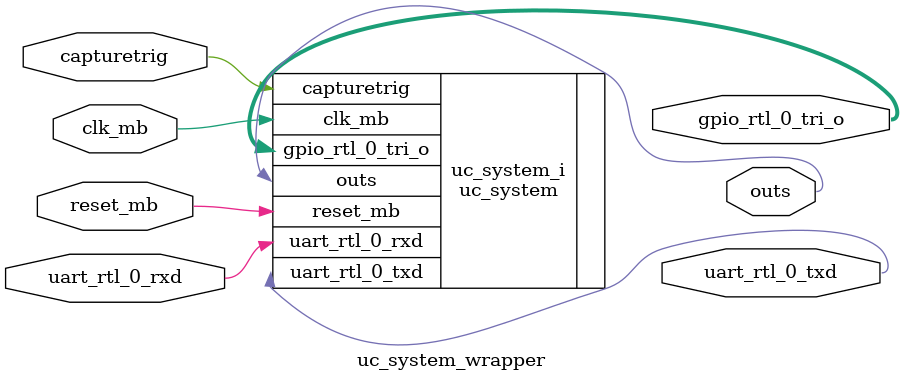
<source format=v>
`timescale 1 ps / 1 ps

module uc_system_wrapper
   (capturetrig,
    clk_mb,
    gpio_rtl_0_tri_o,
    outs,
    reset_mb,
    uart_rtl_0_rxd,
    uart_rtl_0_txd);
  input capturetrig;
  input clk_mb;
  output [15:0]gpio_rtl_0_tri_o;
  output outs;
  input reset_mb;
  input uart_rtl_0_rxd;
  output uart_rtl_0_txd;

  wire capturetrig;
  wire clk_mb;
  wire [15:0]gpio_rtl_0_tri_o;
  wire outs;
  wire reset_mb;
  wire uart_rtl_0_rxd;
  wire uart_rtl_0_txd;

  uc_system uc_system_i
       (.capturetrig(capturetrig),
        .clk_mb(clk_mb),
        .gpio_rtl_0_tri_o(gpio_rtl_0_tri_o),
        .outs(outs),
        .reset_mb(reset_mb),
        .uart_rtl_0_rxd(uart_rtl_0_rxd),
        .uart_rtl_0_txd(uart_rtl_0_txd));
endmodule

</source>
